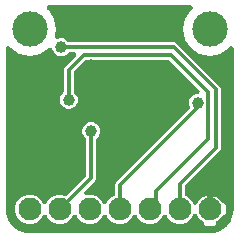
<source format=gbr>
G04 EAGLE Gerber RS-274X export*
G75*
%MOMM*%
%FSLAX34Y34*%
%LPD*%
%INBottom Copper*%
%IPPOS*%
%AMOC8*
5,1,8,0,0,1.08239X$1,22.5*%
G01*
%ADD10C,3.000000*%
%ADD11C,1.930400*%
%ADD12C,0.304800*%
%ADD13C,1.008000*%

G36*
X177866Y5087D02*
X177866Y5087D01*
X177959Y5087D01*
X180820Y5312D01*
X180893Y5325D01*
X180966Y5329D01*
X181131Y5368D01*
X181217Y5383D01*
X181247Y5396D01*
X181289Y5405D01*
X186730Y7173D01*
X186870Y7235D01*
X187013Y7289D01*
X187060Y7318D01*
X187099Y7335D01*
X187169Y7385D01*
X187297Y7462D01*
X191926Y10825D01*
X192040Y10927D01*
X192159Y11023D01*
X192195Y11065D01*
X192226Y11093D01*
X192278Y11162D01*
X192375Y11274D01*
X195738Y15903D01*
X195815Y16035D01*
X195899Y16164D01*
X195920Y16214D01*
X195941Y16251D01*
X195969Y16332D01*
X196027Y16470D01*
X197795Y21911D01*
X197810Y21983D01*
X197835Y22052D01*
X197862Y22220D01*
X197881Y22305D01*
X197881Y22338D01*
X197888Y22380D01*
X198113Y25241D01*
X198112Y25307D01*
X198119Y25400D01*
X198119Y161509D01*
X198119Y161516D01*
X198119Y161522D01*
X198099Y161716D01*
X198079Y161910D01*
X198077Y161916D01*
X198077Y161923D01*
X198019Y162107D01*
X197961Y162294D01*
X197958Y162300D01*
X197956Y162307D01*
X197862Y162477D01*
X197769Y162648D01*
X197765Y162654D01*
X197762Y162660D01*
X197636Y162808D01*
X197512Y162958D01*
X197506Y162962D01*
X197502Y162967D01*
X197349Y163089D01*
X197198Y163210D01*
X197192Y163213D01*
X197187Y163217D01*
X197011Y163307D01*
X196841Y163396D01*
X196834Y163397D01*
X196828Y163401D01*
X196640Y163453D01*
X196454Y163507D01*
X196447Y163508D01*
X196441Y163509D01*
X196248Y163524D01*
X196052Y163540D01*
X196046Y163539D01*
X196039Y163540D01*
X195846Y163516D01*
X195653Y163493D01*
X195646Y163491D01*
X195640Y163490D01*
X195455Y163429D01*
X195270Y163368D01*
X195264Y163365D01*
X195258Y163363D01*
X195089Y163266D01*
X194919Y163170D01*
X194914Y163166D01*
X194908Y163162D01*
X194760Y163033D01*
X194615Y162907D01*
X194610Y162902D01*
X194605Y162897D01*
X194399Y162637D01*
X193824Y161776D01*
X186472Y156864D01*
X177800Y155139D01*
X169128Y156864D01*
X161776Y161776D01*
X156864Y169128D01*
X155139Y177800D01*
X156864Y186472D01*
X161776Y193824D01*
X162637Y194399D01*
X162643Y194403D01*
X162649Y194407D01*
X162795Y194529D01*
X162948Y194655D01*
X162953Y194660D01*
X162958Y194664D01*
X163079Y194815D01*
X163203Y194967D01*
X163206Y194973D01*
X163210Y194978D01*
X163299Y195150D01*
X163391Y195323D01*
X163393Y195329D01*
X163396Y195335D01*
X163450Y195523D01*
X163505Y195709D01*
X163505Y195716D01*
X163507Y195722D01*
X163523Y195918D01*
X163540Y196110D01*
X163539Y196117D01*
X163540Y196124D01*
X163517Y196315D01*
X163496Y196510D01*
X163494Y196517D01*
X163493Y196523D01*
X163433Y196708D01*
X163373Y196894D01*
X163370Y196900D01*
X163368Y196906D01*
X163272Y197077D01*
X163178Y197246D01*
X163174Y197251D01*
X163170Y197257D01*
X163044Y197403D01*
X162917Y197552D01*
X162911Y197557D01*
X162907Y197562D01*
X162755Y197680D01*
X162600Y197801D01*
X162594Y197804D01*
X162589Y197808D01*
X162415Y197895D01*
X162241Y197983D01*
X162234Y197985D01*
X162228Y197988D01*
X162041Y198038D01*
X161853Y198090D01*
X161846Y198090D01*
X161840Y198092D01*
X161509Y198119D01*
X41691Y198119D01*
X41684Y198119D01*
X41678Y198119D01*
X41483Y198099D01*
X41290Y198079D01*
X41284Y198077D01*
X41277Y198077D01*
X41092Y198019D01*
X40906Y197961D01*
X40900Y197958D01*
X40893Y197956D01*
X40722Y197862D01*
X40551Y197769D01*
X40546Y197765D01*
X40540Y197762D01*
X40391Y197635D01*
X40242Y197512D01*
X40238Y197506D01*
X40233Y197502D01*
X40112Y197349D01*
X39990Y197198D01*
X39987Y197192D01*
X39983Y197187D01*
X39893Y197012D01*
X39804Y196841D01*
X39803Y196834D01*
X39799Y196828D01*
X39747Y196640D01*
X39693Y196454D01*
X39692Y196447D01*
X39691Y196441D01*
X39676Y196248D01*
X39660Y196052D01*
X39661Y196046D01*
X39660Y196039D01*
X39684Y195845D01*
X39707Y195653D01*
X39709Y195646D01*
X39710Y195640D01*
X39772Y195454D01*
X39832Y195270D01*
X39835Y195264D01*
X39837Y195258D01*
X39934Y195089D01*
X40030Y194919D01*
X40034Y194914D01*
X40038Y194908D01*
X40166Y194762D01*
X40293Y194615D01*
X40298Y194610D01*
X40303Y194605D01*
X40563Y194399D01*
X41424Y193824D01*
X46336Y186472D01*
X48061Y177800D01*
X46917Y172051D01*
X46916Y172040D01*
X46913Y172029D01*
X46897Y171841D01*
X46878Y171650D01*
X46880Y171639D01*
X46879Y171628D01*
X46900Y171440D01*
X46919Y171250D01*
X46922Y171239D01*
X46924Y171228D01*
X46981Y171049D01*
X47038Y170865D01*
X47044Y170855D01*
X47047Y170845D01*
X47140Y170679D01*
X47231Y170512D01*
X47238Y170503D01*
X47243Y170493D01*
X47368Y170348D01*
X47489Y170203D01*
X47498Y170196D01*
X47505Y170187D01*
X47655Y170070D01*
X47803Y169951D01*
X47813Y169946D01*
X47822Y169939D01*
X47992Y169854D01*
X48161Y169767D01*
X48172Y169763D01*
X48182Y169758D01*
X48366Y169708D01*
X48548Y169656D01*
X48559Y169655D01*
X48570Y169652D01*
X48760Y169639D01*
X48950Y169624D01*
X48961Y169625D01*
X48972Y169625D01*
X49161Y169649D01*
X49349Y169672D01*
X49360Y169675D01*
X49371Y169677D01*
X49687Y169778D01*
X50562Y170141D01*
X53578Y170141D01*
X56364Y168987D01*
X58131Y167220D01*
X58152Y167203D01*
X58169Y167182D01*
X58307Y167075D01*
X58443Y166965D01*
X58466Y166952D01*
X58487Y166936D01*
X58644Y166858D01*
X58798Y166776D01*
X58824Y166768D01*
X58848Y166756D01*
X59017Y166711D01*
X59184Y166661D01*
X59211Y166659D01*
X59237Y166652D01*
X59567Y166625D01*
X148129Y166625D01*
X149622Y166006D01*
X186326Y129302D01*
X186945Y127809D01*
X186945Y76661D01*
X186326Y75168D01*
X157060Y45901D01*
X157043Y45881D01*
X157022Y45863D01*
X156915Y45725D01*
X156805Y45590D01*
X156792Y45566D01*
X156776Y45545D01*
X156698Y45388D01*
X156616Y45234D01*
X156608Y45209D01*
X156596Y45184D01*
X156551Y45015D01*
X156501Y44848D01*
X156499Y44822D01*
X156492Y44796D01*
X156465Y44465D01*
X156465Y38271D01*
X156467Y38249D01*
X156465Y38226D01*
X156487Y38049D01*
X156505Y37870D01*
X156511Y37849D01*
X156514Y37827D01*
X156570Y37657D01*
X156623Y37485D01*
X156633Y37466D01*
X156640Y37445D01*
X156729Y37289D01*
X156815Y37131D01*
X156829Y37114D01*
X156840Y37095D01*
X156958Y36959D01*
X157072Y36822D01*
X157090Y36808D01*
X157104Y36791D01*
X157247Y36682D01*
X157386Y36570D01*
X157406Y36559D01*
X157423Y36546D01*
X157719Y36394D01*
X159307Y35737D01*
X162737Y32307D01*
X163502Y30457D01*
X163564Y30342D01*
X163618Y30223D01*
X163659Y30165D01*
X163693Y30102D01*
X163776Y30002D01*
X163852Y29895D01*
X163904Y29847D01*
X163949Y29792D01*
X164051Y29710D01*
X164146Y29620D01*
X164207Y29583D01*
X164262Y29538D01*
X164377Y29478D01*
X164489Y29409D01*
X164555Y29384D01*
X164618Y29351D01*
X164744Y29315D01*
X164866Y29269D01*
X164937Y29258D01*
X165005Y29238D01*
X165135Y29227D01*
X165264Y29207D01*
X165335Y29210D01*
X165406Y29204D01*
X165536Y29218D01*
X165666Y29224D01*
X165735Y29241D01*
X165806Y29249D01*
X165930Y29289D01*
X166057Y29320D01*
X166121Y29350D01*
X166189Y29372D01*
X166303Y29436D01*
X166422Y29491D01*
X166479Y29534D01*
X166541Y29568D01*
X166640Y29653D01*
X166745Y29731D01*
X166792Y29784D01*
X166846Y29830D01*
X166927Y29933D01*
X167015Y30030D01*
X167058Y30100D01*
X167095Y30147D01*
X167129Y30215D01*
X167189Y30313D01*
X167806Y31524D01*
X168887Y33012D01*
X170188Y34313D01*
X171676Y35394D01*
X173314Y36229D01*
X175064Y36797D01*
X175301Y36835D01*
X175301Y25868D01*
X175302Y25850D01*
X175301Y25833D01*
X175322Y25650D01*
X175341Y25468D01*
X175346Y25451D01*
X175348Y25433D01*
X175405Y25258D01*
X175459Y25083D01*
X175467Y25067D01*
X175473Y25050D01*
X175563Y24890D01*
X175650Y24729D01*
X175662Y24715D01*
X175671Y24699D01*
X175791Y24560D01*
X175908Y24419D01*
X175922Y24408D01*
X175934Y24395D01*
X176079Y24282D01*
X176222Y24167D01*
X176238Y24159D01*
X176252Y24148D01*
X176417Y24066D01*
X176579Y23982D01*
X176596Y23977D01*
X176612Y23969D01*
X176791Y23921D01*
X176966Y23870D01*
X176984Y23869D01*
X177001Y23864D01*
X177332Y23837D01*
X178268Y23837D01*
X178286Y23839D01*
X178304Y23837D01*
X178486Y23859D01*
X178669Y23877D01*
X178686Y23882D01*
X178703Y23884D01*
X178878Y23941D01*
X179054Y23995D01*
X179069Y24003D01*
X179086Y24009D01*
X179246Y24099D01*
X179408Y24187D01*
X179421Y24198D01*
X179437Y24207D01*
X179576Y24327D01*
X179717Y24445D01*
X179728Y24458D01*
X179742Y24470D01*
X179854Y24615D01*
X179969Y24758D01*
X179977Y24774D01*
X179988Y24788D01*
X180070Y24953D01*
X180155Y25116D01*
X180160Y25133D01*
X180168Y25149D01*
X180215Y25327D01*
X180266Y25502D01*
X180268Y25520D01*
X180272Y25537D01*
X180299Y25868D01*
X180299Y36835D01*
X180536Y36797D01*
X182286Y36229D01*
X183924Y35394D01*
X185412Y34313D01*
X186713Y33012D01*
X187852Y31444D01*
X187909Y31343D01*
X187946Y31300D01*
X187977Y31251D01*
X188078Y31148D01*
X188172Y31038D01*
X188217Y31003D01*
X188257Y30962D01*
X188376Y30880D01*
X188490Y30792D01*
X188541Y30766D01*
X188589Y30734D01*
X188721Y30677D01*
X188851Y30612D01*
X188906Y30597D01*
X188959Y30575D01*
X189100Y30545D01*
X189239Y30508D01*
X189305Y30502D01*
X189353Y30492D01*
X189436Y30492D01*
X189570Y30481D01*
X190282Y30481D01*
X191771Y28992D01*
X191771Y21808D01*
X190282Y20319D01*
X189570Y20319D01*
X189426Y20305D01*
X189282Y20299D01*
X189227Y20285D01*
X189169Y20279D01*
X189032Y20237D01*
X188891Y20203D01*
X188839Y20178D01*
X188785Y20161D01*
X188657Y20092D01*
X188527Y20031D01*
X188481Y19997D01*
X188430Y19969D01*
X188320Y19877D01*
X188204Y19791D01*
X188165Y19748D01*
X188121Y19712D01*
X188031Y19599D01*
X187934Y19492D01*
X187900Y19436D01*
X187869Y19398D01*
X187835Y19333D01*
X186713Y17788D01*
X185412Y16487D01*
X183844Y15348D01*
X183743Y15291D01*
X183699Y15253D01*
X183651Y15222D01*
X183547Y15122D01*
X183438Y15028D01*
X183403Y14982D01*
X183362Y14942D01*
X183280Y14824D01*
X183192Y14710D01*
X183166Y14658D01*
X183133Y14611D01*
X183077Y14478D01*
X183012Y14349D01*
X182997Y14294D01*
X182975Y14241D01*
X182945Y14100D01*
X182908Y13961D01*
X182902Y13895D01*
X182892Y13847D01*
X182892Y13764D01*
X182881Y13630D01*
X182881Y12918D01*
X181392Y11429D01*
X174208Y11429D01*
X172719Y12918D01*
X172719Y13630D01*
X172705Y13773D01*
X172699Y13917D01*
X172685Y13973D01*
X172679Y14031D01*
X172637Y14168D01*
X172603Y14308D01*
X172578Y14360D01*
X172561Y14415D01*
X172493Y14542D01*
X172431Y14672D01*
X172397Y14719D01*
X172369Y14769D01*
X172277Y14880D01*
X172192Y14996D01*
X172149Y15034D01*
X172112Y15079D01*
X171999Y15169D01*
X171893Y15265D01*
X171837Y15300D01*
X171798Y15331D01*
X171733Y15365D01*
X170188Y16487D01*
X168887Y17788D01*
X167806Y19276D01*
X167189Y20487D01*
X167118Y20598D01*
X167056Y20712D01*
X167010Y20767D01*
X166972Y20826D01*
X166881Y20920D01*
X166796Y21020D01*
X166741Y21065D01*
X166692Y21116D01*
X166584Y21190D01*
X166482Y21271D01*
X166418Y21304D01*
X166360Y21344D01*
X166240Y21396D01*
X166123Y21455D01*
X166055Y21475D01*
X165990Y21503D01*
X165862Y21529D01*
X165736Y21565D01*
X165665Y21570D01*
X165596Y21585D01*
X165465Y21586D01*
X165335Y21596D01*
X165264Y21588D01*
X165193Y21588D01*
X165065Y21563D01*
X164935Y21547D01*
X164868Y21525D01*
X164798Y21512D01*
X164677Y21462D01*
X164553Y21421D01*
X164491Y21386D01*
X164425Y21359D01*
X164317Y21286D01*
X164203Y21221D01*
X164149Y21175D01*
X164090Y21135D01*
X163998Y21043D01*
X163899Y20957D01*
X163856Y20901D01*
X163806Y20850D01*
X163734Y20741D01*
X163654Y20638D01*
X163617Y20565D01*
X163583Y20515D01*
X163555Y20444D01*
X163502Y20343D01*
X162737Y18493D01*
X159307Y15063D01*
X154825Y13207D01*
X149975Y13207D01*
X145493Y15063D01*
X142063Y18493D01*
X141577Y19669D01*
X141572Y19677D01*
X141570Y19685D01*
X141476Y19856D01*
X141386Y20024D01*
X141381Y20030D01*
X141376Y20038D01*
X141252Y20187D01*
X141130Y20334D01*
X141123Y20340D01*
X141117Y20347D01*
X140967Y20466D01*
X140817Y20588D01*
X140809Y20592D01*
X140802Y20598D01*
X140631Y20686D01*
X140461Y20775D01*
X140452Y20777D01*
X140444Y20781D01*
X140259Y20834D01*
X140074Y20888D01*
X140066Y20889D01*
X140057Y20891D01*
X139864Y20906D01*
X139673Y20923D01*
X139664Y20922D01*
X139656Y20922D01*
X139464Y20899D01*
X139273Y20877D01*
X139265Y20875D01*
X139256Y20874D01*
X139074Y20813D01*
X138890Y20754D01*
X138882Y20750D01*
X138874Y20747D01*
X138707Y20652D01*
X138538Y20558D01*
X138532Y20552D01*
X138524Y20548D01*
X138379Y20421D01*
X138233Y20296D01*
X138227Y20289D01*
X138220Y20283D01*
X138102Y20130D01*
X137984Y19979D01*
X137980Y19971D01*
X137975Y19964D01*
X137823Y19669D01*
X137336Y18493D01*
X133907Y15063D01*
X129425Y13207D01*
X124575Y13207D01*
X120093Y15063D01*
X116663Y18493D01*
X116177Y19669D01*
X116172Y19677D01*
X116170Y19685D01*
X116076Y19856D01*
X115986Y20024D01*
X115981Y20030D01*
X115976Y20038D01*
X115852Y20187D01*
X115730Y20334D01*
X115723Y20340D01*
X115717Y20347D01*
X115567Y20466D01*
X115417Y20588D01*
X115409Y20592D01*
X115402Y20598D01*
X115231Y20686D01*
X115061Y20775D01*
X115052Y20777D01*
X115044Y20781D01*
X114859Y20834D01*
X114674Y20888D01*
X114666Y20889D01*
X114657Y20891D01*
X114464Y20906D01*
X114273Y20923D01*
X114264Y20922D01*
X114256Y20922D01*
X114064Y20899D01*
X113873Y20877D01*
X113865Y20875D01*
X113856Y20874D01*
X113674Y20813D01*
X113490Y20754D01*
X113482Y20750D01*
X113474Y20747D01*
X113307Y20652D01*
X113138Y20558D01*
X113132Y20552D01*
X113124Y20548D01*
X112979Y20421D01*
X112833Y20296D01*
X112827Y20289D01*
X112820Y20283D01*
X112702Y20130D01*
X112584Y19979D01*
X112580Y19971D01*
X112575Y19964D01*
X112423Y19669D01*
X111936Y18493D01*
X108507Y15063D01*
X104025Y13207D01*
X99175Y13207D01*
X94693Y15063D01*
X91263Y18493D01*
X90777Y19669D01*
X90772Y19677D01*
X90770Y19685D01*
X90676Y19856D01*
X90586Y20024D01*
X90581Y20030D01*
X90576Y20038D01*
X90452Y20187D01*
X90330Y20334D01*
X90323Y20340D01*
X90317Y20347D01*
X90167Y20466D01*
X90017Y20588D01*
X90009Y20592D01*
X90002Y20598D01*
X89831Y20686D01*
X89661Y20775D01*
X89652Y20777D01*
X89644Y20781D01*
X89459Y20834D01*
X89274Y20888D01*
X89266Y20889D01*
X89257Y20891D01*
X89064Y20906D01*
X88873Y20923D01*
X88864Y20922D01*
X88856Y20922D01*
X88664Y20899D01*
X88473Y20877D01*
X88465Y20875D01*
X88456Y20874D01*
X88274Y20813D01*
X88090Y20754D01*
X88082Y20750D01*
X88074Y20747D01*
X87907Y20652D01*
X87738Y20558D01*
X87732Y20552D01*
X87724Y20548D01*
X87579Y20421D01*
X87433Y20296D01*
X87427Y20289D01*
X87420Y20283D01*
X87302Y20130D01*
X87184Y19979D01*
X87180Y19971D01*
X87175Y19964D01*
X87023Y19669D01*
X86536Y18493D01*
X83107Y15063D01*
X78625Y13207D01*
X73775Y13207D01*
X69293Y15063D01*
X65863Y18493D01*
X65377Y19669D01*
X65372Y19677D01*
X65370Y19685D01*
X65276Y19856D01*
X65186Y20024D01*
X65181Y20030D01*
X65176Y20038D01*
X65052Y20187D01*
X64930Y20334D01*
X64923Y20340D01*
X64917Y20347D01*
X64767Y20466D01*
X64617Y20588D01*
X64609Y20592D01*
X64602Y20598D01*
X64431Y20686D01*
X64261Y20775D01*
X64252Y20777D01*
X64244Y20781D01*
X64059Y20834D01*
X63874Y20888D01*
X63866Y20889D01*
X63857Y20891D01*
X63664Y20906D01*
X63473Y20923D01*
X63464Y20922D01*
X63456Y20922D01*
X63264Y20899D01*
X63073Y20877D01*
X63065Y20875D01*
X63056Y20874D01*
X62874Y20813D01*
X62690Y20754D01*
X62682Y20750D01*
X62674Y20747D01*
X62507Y20652D01*
X62338Y20558D01*
X62332Y20552D01*
X62324Y20548D01*
X62179Y20421D01*
X62033Y20296D01*
X62027Y20289D01*
X62020Y20283D01*
X61902Y20130D01*
X61784Y19979D01*
X61780Y19971D01*
X61775Y19964D01*
X61623Y19669D01*
X61136Y18493D01*
X57707Y15063D01*
X53225Y13207D01*
X48375Y13207D01*
X43893Y15063D01*
X40463Y18493D01*
X39977Y19669D01*
X39972Y19677D01*
X39970Y19685D01*
X39876Y19856D01*
X39786Y20024D01*
X39781Y20030D01*
X39776Y20038D01*
X39652Y20187D01*
X39530Y20334D01*
X39523Y20340D01*
X39517Y20347D01*
X39367Y20466D01*
X39217Y20588D01*
X39209Y20592D01*
X39202Y20598D01*
X39031Y20686D01*
X38861Y20775D01*
X38852Y20777D01*
X38844Y20781D01*
X38659Y20834D01*
X38474Y20888D01*
X38466Y20889D01*
X38457Y20891D01*
X38264Y20906D01*
X38073Y20923D01*
X38064Y20922D01*
X38056Y20922D01*
X37864Y20899D01*
X37673Y20877D01*
X37665Y20875D01*
X37656Y20874D01*
X37474Y20813D01*
X37290Y20754D01*
X37282Y20750D01*
X37274Y20747D01*
X37107Y20652D01*
X36938Y20558D01*
X36932Y20552D01*
X36924Y20548D01*
X36779Y20421D01*
X36633Y20296D01*
X36627Y20289D01*
X36620Y20283D01*
X36502Y20130D01*
X36384Y19979D01*
X36380Y19971D01*
X36375Y19964D01*
X36223Y19669D01*
X35736Y18493D01*
X32307Y15063D01*
X27825Y13207D01*
X22975Y13207D01*
X18493Y15063D01*
X15063Y18493D01*
X13207Y22975D01*
X13207Y27825D01*
X15063Y32307D01*
X18493Y35737D01*
X22975Y37593D01*
X27825Y37593D01*
X32307Y35737D01*
X35736Y32307D01*
X36223Y31131D01*
X36228Y31123D01*
X36230Y31115D01*
X36322Y30947D01*
X36414Y30776D01*
X36419Y30769D01*
X36424Y30762D01*
X36547Y30614D01*
X36670Y30466D01*
X36677Y30460D01*
X36683Y30453D01*
X36832Y30334D01*
X36983Y30212D01*
X36991Y30208D01*
X36997Y30203D01*
X37168Y30115D01*
X37339Y30025D01*
X37348Y30023D01*
X37356Y30019D01*
X37539Y29967D01*
X37725Y29912D01*
X37735Y29911D01*
X37743Y29909D01*
X37934Y29894D01*
X38127Y29877D01*
X38136Y29878D01*
X38144Y29878D01*
X38334Y29901D01*
X38527Y29923D01*
X38535Y29925D01*
X38544Y29926D01*
X38727Y29987D01*
X38910Y30046D01*
X38918Y30050D01*
X38926Y30053D01*
X39094Y30149D01*
X39261Y30242D01*
X39268Y30248D01*
X39276Y30252D01*
X39421Y30379D01*
X39567Y30504D01*
X39573Y30511D01*
X39580Y30517D01*
X39696Y30669D01*
X39816Y30821D01*
X39820Y30829D01*
X39825Y30836D01*
X39977Y31131D01*
X40463Y32307D01*
X43893Y35737D01*
X48375Y37593D01*
X53225Y37593D01*
X54813Y36935D01*
X54835Y36929D01*
X54854Y36918D01*
X55028Y36870D01*
X55199Y36819D01*
X55221Y36816D01*
X55242Y36810D01*
X55422Y36797D01*
X55599Y36780D01*
X55622Y36783D01*
X55644Y36781D01*
X55822Y36804D01*
X56000Y36822D01*
X56021Y36829D01*
X56043Y36831D01*
X56213Y36888D01*
X56384Y36942D01*
X56404Y36953D01*
X56425Y36960D01*
X56580Y37049D01*
X56737Y37135D01*
X56754Y37149D01*
X56774Y37161D01*
X57027Y37375D01*
X72810Y53159D01*
X72827Y53179D01*
X72848Y53197D01*
X72955Y53335D01*
X73065Y53470D01*
X73078Y53494D01*
X73094Y53515D01*
X73172Y53672D01*
X73254Y53826D01*
X73262Y53851D01*
X73274Y53876D01*
X73319Y54045D01*
X73369Y54212D01*
X73371Y54238D01*
X73378Y54264D01*
X73405Y54595D01*
X73405Y83943D01*
X73403Y83969D01*
X73405Y83996D01*
X73383Y84170D01*
X73365Y84343D01*
X73358Y84369D01*
X73354Y84395D01*
X73299Y84561D01*
X73247Y84728D01*
X73234Y84752D01*
X73226Y84777D01*
X73139Y84929D01*
X73055Y85082D01*
X73038Y85103D01*
X73025Y85126D01*
X72810Y85379D01*
X71043Y87146D01*
X69889Y89932D01*
X69889Y92948D01*
X71043Y95734D01*
X73176Y97867D01*
X75962Y99021D01*
X78978Y99021D01*
X81764Y97867D01*
X83897Y95734D01*
X85051Y92948D01*
X85051Y89932D01*
X83897Y87146D01*
X82130Y85379D01*
X82113Y85358D01*
X82092Y85341D01*
X81985Y85203D01*
X81875Y85067D01*
X81862Y85044D01*
X81846Y85023D01*
X81768Y84866D01*
X81686Y84712D01*
X81678Y84686D01*
X81666Y84662D01*
X81621Y84493D01*
X81571Y84326D01*
X81569Y84299D01*
X81562Y84273D01*
X81535Y83943D01*
X81535Y51261D01*
X80916Y49768D01*
X72209Y41060D01*
X72203Y41053D01*
X72196Y41048D01*
X72076Y40898D01*
X71954Y40749D01*
X71949Y40741D01*
X71944Y40734D01*
X71855Y40564D01*
X71765Y40393D01*
X71762Y40384D01*
X71758Y40377D01*
X71705Y40192D01*
X71650Y40007D01*
X71649Y39998D01*
X71647Y39990D01*
X71631Y39798D01*
X71614Y39606D01*
X71615Y39597D01*
X71614Y39588D01*
X71636Y39399D01*
X71657Y39206D01*
X71660Y39197D01*
X71661Y39189D01*
X71720Y39007D01*
X71779Y38822D01*
X71783Y38814D01*
X71786Y38806D01*
X71881Y38637D01*
X71974Y38470D01*
X71979Y38463D01*
X71984Y38455D01*
X72110Y38309D01*
X72234Y38163D01*
X72241Y38157D01*
X72247Y38150D01*
X72398Y38033D01*
X72550Y37913D01*
X72558Y37909D01*
X72565Y37904D01*
X72737Y37818D01*
X72909Y37731D01*
X72917Y37728D01*
X72925Y37724D01*
X73112Y37674D01*
X73297Y37623D01*
X73306Y37622D01*
X73314Y37620D01*
X73645Y37593D01*
X78625Y37593D01*
X83107Y35737D01*
X86536Y32307D01*
X87023Y31131D01*
X87028Y31123D01*
X87030Y31115D01*
X87122Y30947D01*
X87214Y30776D01*
X87219Y30769D01*
X87224Y30762D01*
X87347Y30614D01*
X87470Y30466D01*
X87477Y30460D01*
X87483Y30453D01*
X87632Y30334D01*
X87783Y30212D01*
X87791Y30208D01*
X87797Y30203D01*
X87968Y30115D01*
X88139Y30025D01*
X88148Y30023D01*
X88156Y30019D01*
X88339Y29967D01*
X88525Y29912D01*
X88535Y29911D01*
X88543Y29909D01*
X88734Y29894D01*
X88927Y29877D01*
X88936Y29878D01*
X88944Y29878D01*
X89134Y29901D01*
X89327Y29923D01*
X89335Y29925D01*
X89344Y29926D01*
X89527Y29987D01*
X89710Y30046D01*
X89718Y30050D01*
X89726Y30053D01*
X89894Y30149D01*
X90061Y30242D01*
X90068Y30248D01*
X90076Y30252D01*
X90221Y30379D01*
X90367Y30504D01*
X90373Y30511D01*
X90380Y30517D01*
X90496Y30669D01*
X90616Y30821D01*
X90620Y30829D01*
X90625Y30836D01*
X90777Y31131D01*
X91263Y32307D01*
X94693Y35737D01*
X96281Y36394D01*
X96301Y36405D01*
X96322Y36412D01*
X96479Y36500D01*
X96636Y36584D01*
X96653Y36599D01*
X96673Y36610D01*
X96809Y36727D01*
X96947Y36841D01*
X96961Y36858D01*
X96978Y36873D01*
X97087Y37014D01*
X97200Y37153D01*
X97211Y37173D01*
X97224Y37191D01*
X97304Y37351D01*
X97387Y37510D01*
X97394Y37531D01*
X97404Y37551D01*
X97450Y37724D01*
X97500Y37896D01*
X97502Y37919D01*
X97508Y37940D01*
X97535Y38271D01*
X97535Y46529D01*
X98154Y48022D01*
X160311Y110179D01*
X160325Y110196D01*
X160342Y110211D01*
X160452Y110352D01*
X160566Y110490D01*
X160576Y110510D01*
X160590Y110528D01*
X160671Y110689D01*
X160754Y110846D01*
X160761Y110867D01*
X160771Y110887D01*
X160818Y111061D01*
X160869Y111232D01*
X160871Y111254D01*
X160877Y111276D01*
X160889Y111454D01*
X160905Y111633D01*
X160903Y111655D01*
X160905Y111677D01*
X160881Y111855D01*
X160862Y112033D01*
X160855Y112055D01*
X160852Y112077D01*
X160751Y112393D01*
X160059Y114062D01*
X160059Y117078D01*
X161213Y119864D01*
X163346Y121997D01*
X166132Y123151D01*
X167187Y123151D01*
X167196Y123152D01*
X167205Y123151D01*
X167398Y123172D01*
X167588Y123191D01*
X167596Y123193D01*
X167605Y123194D01*
X167790Y123253D01*
X167973Y123309D01*
X167980Y123313D01*
X167989Y123316D01*
X168157Y123409D01*
X168327Y123501D01*
X168333Y123506D01*
X168341Y123511D01*
X168488Y123635D01*
X168636Y123758D01*
X168641Y123765D01*
X168648Y123771D01*
X168768Y123923D01*
X168888Y124072D01*
X168892Y124080D01*
X168898Y124087D01*
X168986Y124260D01*
X169074Y124429D01*
X169076Y124438D01*
X169080Y124446D01*
X169132Y124632D01*
X169185Y124816D01*
X169186Y124825D01*
X169188Y124834D01*
X169202Y125027D01*
X169218Y125218D01*
X169217Y125226D01*
X169218Y125235D01*
X169193Y125428D01*
X169171Y125617D01*
X169168Y125626D01*
X169167Y125635D01*
X169106Y125817D01*
X169046Y126000D01*
X169042Y126008D01*
X169039Y126016D01*
X168944Y126182D01*
X168848Y126351D01*
X168843Y126358D01*
X168838Y126365D01*
X168623Y126618D01*
X143691Y151550D01*
X143671Y151567D01*
X143653Y151588D01*
X143515Y151695D01*
X143380Y151805D01*
X143356Y151818D01*
X143335Y151834D01*
X143178Y151912D01*
X143024Y151994D01*
X142999Y152002D01*
X142974Y152014D01*
X142805Y152059D01*
X142638Y152109D01*
X142612Y152111D01*
X142586Y152118D01*
X142255Y152145D01*
X73645Y152145D01*
X73618Y152143D01*
X73592Y152145D01*
X73418Y152123D01*
X73244Y152105D01*
X73219Y152098D01*
X73192Y152094D01*
X73026Y152038D01*
X72859Y151987D01*
X72836Y151974D01*
X72811Y151966D01*
X72659Y151879D01*
X72505Y151795D01*
X72485Y151778D01*
X72462Y151765D01*
X72209Y151550D01*
X63080Y142421D01*
X63063Y142401D01*
X63042Y142383D01*
X62935Y142245D01*
X62825Y142110D01*
X62812Y142086D01*
X62796Y142065D01*
X62718Y141908D01*
X62636Y141754D01*
X62628Y141729D01*
X62616Y141704D01*
X62571Y141535D01*
X62521Y141368D01*
X62519Y141342D01*
X62512Y141316D01*
X62485Y140985D01*
X62485Y125607D01*
X62487Y125581D01*
X62485Y125554D01*
X62507Y125380D01*
X62525Y125207D01*
X62532Y125181D01*
X62536Y125155D01*
X62591Y124989D01*
X62643Y124822D01*
X62656Y124798D01*
X62664Y124773D01*
X62751Y124621D01*
X62835Y124468D01*
X62852Y124447D01*
X62865Y124424D01*
X63080Y124171D01*
X64847Y122404D01*
X66001Y119618D01*
X66001Y116602D01*
X64847Y113816D01*
X62714Y111683D01*
X59928Y110529D01*
X56912Y110529D01*
X54126Y111683D01*
X51993Y113816D01*
X50839Y116602D01*
X50839Y119618D01*
X51993Y122404D01*
X53760Y124171D01*
X53777Y124192D01*
X53798Y124209D01*
X53905Y124347D01*
X54015Y124483D01*
X54028Y124506D01*
X54044Y124527D01*
X54122Y124684D01*
X54204Y124838D01*
X54212Y124864D01*
X54224Y124888D01*
X54269Y125057D01*
X54319Y125224D01*
X54321Y125251D01*
X54328Y125277D01*
X54355Y125607D01*
X54355Y144319D01*
X54974Y145812D01*
X64189Y155028D01*
X64195Y155035D01*
X64202Y155040D01*
X64322Y155190D01*
X64444Y155339D01*
X64449Y155347D01*
X64454Y155354D01*
X64543Y155524D01*
X64633Y155695D01*
X64636Y155704D01*
X64640Y155711D01*
X64693Y155896D01*
X64748Y156081D01*
X64749Y156090D01*
X64751Y156098D01*
X64767Y156288D01*
X64784Y156482D01*
X64783Y156491D01*
X64784Y156500D01*
X64762Y156689D01*
X64741Y156882D01*
X64738Y156891D01*
X64737Y156899D01*
X64678Y157081D01*
X64619Y157266D01*
X64615Y157274D01*
X64612Y157282D01*
X64517Y157451D01*
X64424Y157618D01*
X64419Y157625D01*
X64414Y157633D01*
X64288Y157779D01*
X64164Y157925D01*
X64157Y157931D01*
X64151Y157938D01*
X64000Y158055D01*
X63848Y158175D01*
X63840Y158179D01*
X63833Y158184D01*
X63661Y158270D01*
X63489Y158357D01*
X63481Y158360D01*
X63473Y158364D01*
X63286Y158414D01*
X63101Y158465D01*
X63092Y158466D01*
X63084Y158468D01*
X62753Y158495D01*
X59567Y158495D01*
X59541Y158493D01*
X59514Y158495D01*
X59340Y158473D01*
X59167Y158455D01*
X59141Y158448D01*
X59115Y158444D01*
X58949Y158389D01*
X58782Y158337D01*
X58758Y158324D01*
X58733Y158316D01*
X58581Y158229D01*
X58428Y158145D01*
X58407Y158128D01*
X58384Y158115D01*
X58131Y157900D01*
X56364Y156133D01*
X54196Y155235D01*
X53578Y154979D01*
X50562Y154979D01*
X47776Y156133D01*
X45643Y158266D01*
X44537Y160937D01*
X44530Y160951D01*
X44525Y160966D01*
X44435Y161128D01*
X44347Y161292D01*
X44337Y161304D01*
X44329Y161317D01*
X44209Y161459D01*
X44090Y161602D01*
X44078Y161612D01*
X44068Y161624D01*
X43921Y161739D01*
X43778Y161856D01*
X43764Y161863D01*
X43752Y161873D01*
X43586Y161957D01*
X43421Y162043D01*
X43406Y162047D01*
X43392Y162054D01*
X43214Y162104D01*
X43035Y162156D01*
X43019Y162157D01*
X43004Y162162D01*
X42818Y162175D01*
X42634Y162191D01*
X42618Y162189D01*
X42603Y162190D01*
X42417Y162166D01*
X42234Y162146D01*
X42219Y162141D01*
X42203Y162139D01*
X42027Y162079D01*
X41850Y162022D01*
X41837Y162015D01*
X41822Y162010D01*
X41532Y161849D01*
X34072Y156864D01*
X25400Y155139D01*
X16728Y156864D01*
X9376Y161776D01*
X8801Y162637D01*
X8797Y162643D01*
X8793Y162648D01*
X8789Y162654D01*
X8788Y162656D01*
X8772Y162675D01*
X8670Y162797D01*
X8545Y162948D01*
X8540Y162953D01*
X8536Y162958D01*
X8384Y163079D01*
X8233Y163203D01*
X8227Y163206D01*
X8222Y163210D01*
X8050Y163299D01*
X7877Y163391D01*
X7870Y163393D01*
X7865Y163396D01*
X7678Y163449D01*
X7491Y163505D01*
X7484Y163505D01*
X7478Y163507D01*
X7282Y163523D01*
X7090Y163540D01*
X7083Y163539D01*
X7076Y163540D01*
X6882Y163517D01*
X6690Y163496D01*
X6683Y163494D01*
X6677Y163493D01*
X6491Y163432D01*
X6306Y163373D01*
X6300Y163370D01*
X6294Y163368D01*
X6124Y163272D01*
X5954Y163178D01*
X5949Y163174D01*
X5943Y163170D01*
X5796Y163043D01*
X5648Y162917D01*
X5644Y162911D01*
X5638Y162907D01*
X5520Y162754D01*
X5399Y162600D01*
X5396Y162594D01*
X5392Y162589D01*
X5305Y162415D01*
X5217Y162241D01*
X5215Y162234D01*
X5212Y162228D01*
X5162Y162039D01*
X5110Y161853D01*
X5110Y161846D01*
X5108Y161840D01*
X5081Y161509D01*
X5081Y25400D01*
X5083Y25376D01*
X5082Y25358D01*
X5087Y25310D01*
X5087Y25241D01*
X5312Y22380D01*
X5325Y22307D01*
X5329Y22234D01*
X5368Y22069D01*
X5383Y21983D01*
X5396Y21953D01*
X5405Y21911D01*
X7173Y16470D01*
X7235Y16330D01*
X7289Y16187D01*
X7318Y16140D01*
X7335Y16101D01*
X7385Y16031D01*
X7462Y15903D01*
X10825Y11274D01*
X10927Y11160D01*
X11023Y11041D01*
X11065Y11005D01*
X11093Y10974D01*
X11162Y10922D01*
X11274Y10825D01*
X15903Y7462D01*
X15950Y7435D01*
X15965Y7423D01*
X15999Y7406D01*
X16035Y7385D01*
X16164Y7301D01*
X16214Y7280D01*
X16251Y7259D01*
X16332Y7231D01*
X16470Y7173D01*
X21911Y5405D01*
X21983Y5390D01*
X22052Y5365D01*
X22220Y5338D01*
X22305Y5319D01*
X22338Y5319D01*
X22380Y5312D01*
X25241Y5087D01*
X25307Y5088D01*
X25400Y5081D01*
X177800Y5081D01*
X177866Y5087D01*
G37*
D10*
X25400Y177800D03*
X177800Y177800D03*
D11*
X25400Y25400D03*
X50800Y25400D03*
X76200Y25400D03*
X101600Y25400D03*
X127000Y25400D03*
X152400Y25400D03*
X177800Y25400D03*
D12*
X80010Y143510D02*
X80010Y148590D01*
X78740Y147320D02*
X77470Y147320D01*
X78740Y147320D02*
X80010Y148590D01*
D13*
X77470Y147320D03*
X33020Y46990D03*
D12*
X182880Y77470D02*
X182880Y127000D01*
X182880Y77470D02*
X152400Y46990D01*
X152400Y25400D01*
X147320Y162560D02*
X52070Y162560D01*
X147320Y162560D02*
X182880Y127000D01*
D13*
X52070Y162560D03*
D12*
X101600Y45720D02*
X101600Y25400D01*
X167640Y111760D02*
X167640Y115570D01*
X167640Y111760D02*
X101600Y45720D01*
D13*
X167640Y115570D03*
D12*
X77470Y91440D02*
X77470Y52070D01*
X50800Y25400D01*
D13*
X77470Y91440D03*
D12*
X71120Y156210D02*
X144780Y156210D01*
X176530Y124460D01*
X176530Y85090D01*
X132080Y40640D01*
X127000Y25400D02*
X125730Y25400D01*
X132080Y31750D02*
X132080Y40640D01*
X132080Y31750D02*
X125730Y25400D01*
X58420Y118110D02*
X58420Y143510D01*
X71120Y156210D01*
D13*
X58420Y118110D03*
M02*

</source>
